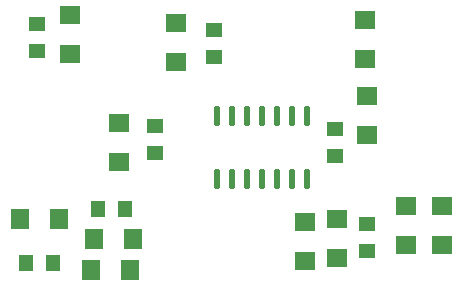
<source format=gtp>
G04*
G04 #@! TF.GenerationSoftware,Altium Limited,Altium Designer,23.11.1 (41)*
G04*
G04 Layer_Color=8421504*
%FSLAX44Y44*%
%MOMM*%
G71*
G04*
G04 #@! TF.SameCoordinates,9B078A48-8F01-46FD-BB7B-D1DAEF03546D*
G04*
G04*
G04 #@! TF.FilePolarity,Positive*
G04*
G01*
G75*
%ADD17R,1.6510X1.5240*%
%ADD18R,1.3970X1.2700*%
%ADD19R,1.2700X1.3970*%
%ADD20R,1.5240X1.6510*%
%ADD21O,0.5500X1.8000*%
D17*
X165100Y232410D02*
D03*
Y199390D02*
D03*
X74930Y238760D02*
D03*
Y205740D02*
D03*
X359410Y44450D02*
D03*
Y77470D02*
D03*
X389890D02*
D03*
Y44450D02*
D03*
X274320Y63500D02*
D03*
Y30480D02*
D03*
X300990Y33020D02*
D03*
Y66040D02*
D03*
X325120Y201930D02*
D03*
Y234950D02*
D03*
X116840Y147320D02*
D03*
Y114300D02*
D03*
X326390Y137160D02*
D03*
Y170180D02*
D03*
D18*
X196850Y203200D02*
D03*
Y226060D02*
D03*
X46990Y231140D02*
D03*
Y208280D02*
D03*
X147320Y144780D02*
D03*
Y121920D02*
D03*
X326390Y39370D02*
D03*
Y62230D02*
D03*
X299720Y142240D02*
D03*
Y119380D02*
D03*
D19*
X121920Y74930D02*
D03*
X99060D02*
D03*
X38100Y29210D02*
D03*
X60960D02*
D03*
D20*
X92710Y22860D02*
D03*
X125730D02*
D03*
X128270Y49530D02*
D03*
X95250D02*
D03*
X66040Y66040D02*
D03*
X33020D02*
D03*
D21*
X275590Y154000D02*
D03*
X262890D02*
D03*
X250190D02*
D03*
X237490D02*
D03*
X224790D02*
D03*
X212090D02*
D03*
X199390D02*
D03*
X275590Y100000D02*
D03*
X262890D02*
D03*
X250190D02*
D03*
X237490D02*
D03*
X224790D02*
D03*
X212090D02*
D03*
X199390D02*
D03*
M02*

</source>
